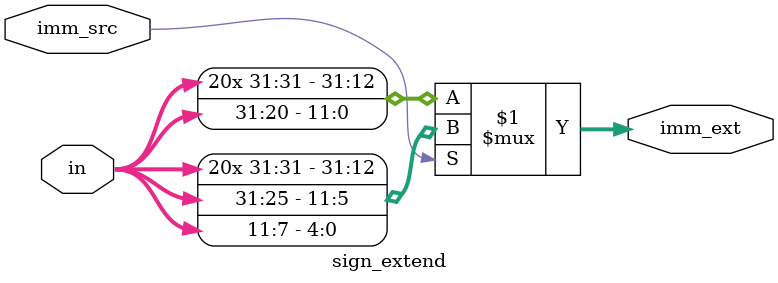
<source format=v>
module sign_extend(in,imm_src,imm_ext);
input [31:0]in;
input imm_src;
output [31:0]imm_ext;
assign imm_ext = imm_src ? {{20{in[31]}}, in[31:25], in[11:7]} : {{20{in[31]}}, in[31:20]};
endmodule

</source>
